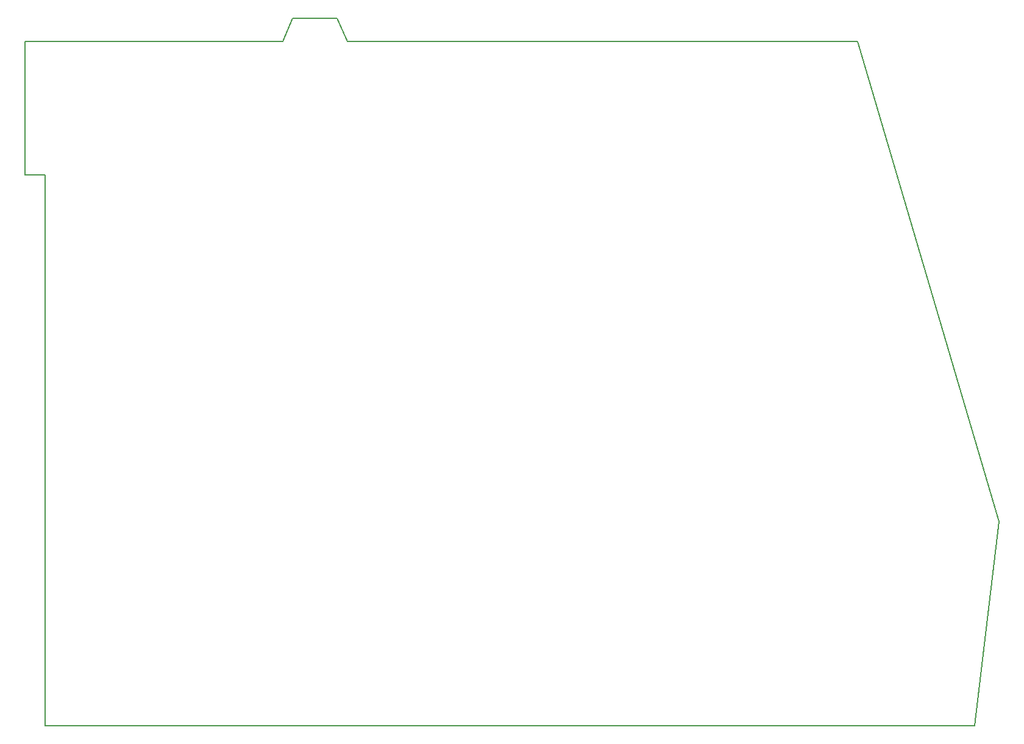
<source format=gm1>
G04 #@! TF.GenerationSoftware,KiCad,Pcbnew,(5.1.6)-1*
G04 #@! TF.CreationDate,2020-06-16T23:59:54+01:00*
G04 #@! TF.ProjectId,Mint60,4d696e74-3630-42e6-9b69-6361645f7063,rev?*
G04 #@! TF.SameCoordinates,Original*
G04 #@! TF.FileFunction,Profile,NP*
%FSLAX46Y46*%
G04 Gerber Fmt 4.6, Leading zero omitted, Abs format (unit mm)*
G04 Created by KiCad (PCBNEW (5.1.6)-1) date 2020-06-16 23:59:54*
%MOMM*%
%LPD*%
G01*
G04 APERTURE LIST*
G04 #@! TA.AperFunction,Profile*
%ADD10C,0.150000*%
G04 #@! TD*
G04 APERTURE END LIST*
D10*
X164100000Y-115400000D02*
X35000000Y-115400000D01*
X167500000Y-87000000D02*
X164100000Y-115400000D01*
X147900000Y-20300000D02*
X167500000Y-87000000D01*
X77000000Y-20300000D02*
X147900000Y-20300000D01*
X35000000Y-38900000D02*
X35000000Y-115400000D01*
X32200000Y-38900000D02*
X35000000Y-38900000D01*
X32200000Y-20300000D02*
X32200000Y-38900000D01*
X75600000Y-17100000D02*
X77000000Y-20300000D01*
X69400000Y-17100000D02*
X75600000Y-17100000D01*
X68000000Y-20300000D02*
X67700000Y-20300000D01*
X69400000Y-17100000D02*
X68000000Y-20300000D01*
X32200000Y-20300000D02*
X67700000Y-20300000D01*
M02*

</source>
